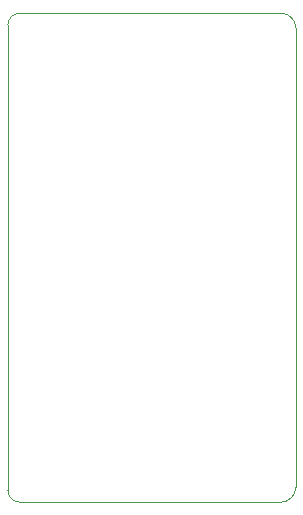
<source format=gbr>
%TF.GenerationSoftware,KiCad,Pcbnew,(6.0.2)*%
%TF.CreationDate,2022-07-01T18:11:32+02:00*%
%TF.ProjectId,Easy C3 Dev Board,45617379-2043-4332-9044-657620426f61,rev?*%
%TF.SameCoordinates,Original*%
%TF.FileFunction,Profile,NP*%
%FSLAX46Y46*%
G04 Gerber Fmt 4.6, Leading zero omitted, Abs format (unit mm)*
G04 Created by KiCad (PCBNEW (6.0.2)) date 2022-07-01 18:11:32*
%MOMM*%
%LPD*%
G01*
G04 APERTURE LIST*
%TA.AperFunction,Profile*%
%ADD10C,0.100000*%
%TD*%
G04 APERTURE END LIST*
D10*
X169672000Y-50038000D02*
G75*
G03*
X168402000Y-48768000I-1270000J0D01*
G01*
X168402000Y-90170000D02*
G75*
G03*
X169672000Y-88900000I0J1270000D01*
G01*
X145288000Y-89154000D02*
G75*
G03*
X146304000Y-90170000I1016002J2D01*
G01*
X146304000Y-90170000D02*
X168402000Y-90170000D01*
X145288000Y-49784000D02*
X145288000Y-89154000D01*
X169672000Y-88900000D02*
X169672000Y-50038000D01*
X146304000Y-48768000D02*
G75*
G03*
X145288000Y-49784000I2J-1016002D01*
G01*
X168402000Y-48768000D02*
X146304000Y-48768000D01*
M02*

</source>
